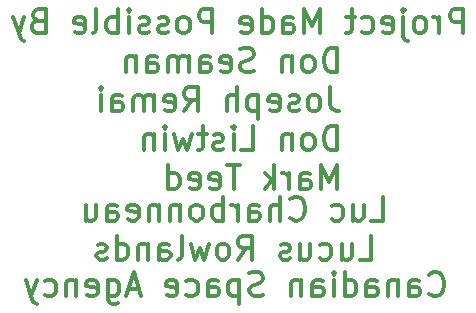
<source format=gbr>
%TF.GenerationSoftware,KiCad,Pcbnew,(5.1.12)-1*%
%TF.CreationDate,2022-07-05T07:26:00-06:00*%
%TF.ProjectId,RADSAT-SK Timer 2,52414453-4154-42d5-934b-2054696d6572,rev?*%
%TF.SameCoordinates,PX7735940PY2faf080*%
%TF.FileFunction,Legend,Bot*%
%TF.FilePolarity,Positive*%
%FSLAX46Y46*%
G04 Gerber Fmt 4.6, Leading zero omitted, Abs format (unit mm)*
G04 Created by KiCad (PCBNEW (5.1.12)-1) date 2022-07-05 07:26:00*
%MOMM*%
%LPD*%
G01*
G04 APERTURE LIST*
%ADD10C,0.300000*%
G04 APERTURE END LIST*
D10*
X-32110953Y-84214761D02*
X-31158572Y-84214761D01*
X-31158572Y-82214761D01*
X-33634762Y-82881428D02*
X-33634762Y-84214761D01*
X-32777620Y-82881428D02*
X-32777620Y-83929047D01*
X-32872858Y-84119523D01*
X-33063334Y-84214761D01*
X-33349048Y-84214761D01*
X-33539524Y-84119523D01*
X-33634762Y-84024285D01*
X-35444286Y-84119523D02*
X-35253810Y-84214761D01*
X-34872858Y-84214761D01*
X-34682381Y-84119523D01*
X-34587143Y-84024285D01*
X-34491905Y-83833809D01*
X-34491905Y-83262380D01*
X-34587143Y-83071904D01*
X-34682381Y-82976666D01*
X-34872858Y-82881428D01*
X-35253810Y-82881428D01*
X-35444286Y-82976666D01*
X-38968096Y-84024285D02*
X-38872858Y-84119523D01*
X-38587143Y-84214761D01*
X-38396667Y-84214761D01*
X-38110953Y-84119523D01*
X-37920477Y-83929047D01*
X-37825239Y-83738571D01*
X-37730000Y-83357619D01*
X-37730000Y-83071904D01*
X-37825239Y-82690952D01*
X-37920477Y-82500476D01*
X-38110953Y-82310000D01*
X-38396667Y-82214761D01*
X-38587143Y-82214761D01*
X-38872858Y-82310000D01*
X-38968096Y-82405238D01*
X-39825239Y-84214761D02*
X-39825239Y-82214761D01*
X-40682381Y-84214761D02*
X-40682381Y-83167142D01*
X-40587143Y-82976666D01*
X-40396667Y-82881428D01*
X-40110953Y-82881428D01*
X-39920477Y-82976666D01*
X-39825239Y-83071904D01*
X-42491905Y-84214761D02*
X-42491905Y-83167142D01*
X-42396667Y-82976666D01*
X-42206191Y-82881428D01*
X-41825239Y-82881428D01*
X-41634762Y-82976666D01*
X-42491905Y-84119523D02*
X-42301429Y-84214761D01*
X-41825239Y-84214761D01*
X-41634762Y-84119523D01*
X-41539524Y-83929047D01*
X-41539524Y-83738571D01*
X-41634762Y-83548095D01*
X-41825239Y-83452857D01*
X-42301429Y-83452857D01*
X-42491905Y-83357619D01*
X-43444286Y-84214761D02*
X-43444286Y-82881428D01*
X-43444286Y-83262380D02*
X-43539524Y-83071904D01*
X-43634762Y-82976666D01*
X-43825239Y-82881428D01*
X-44015715Y-82881428D01*
X-44682381Y-84214761D02*
X-44682381Y-82214761D01*
X-44682381Y-82976666D02*
X-44872858Y-82881428D01*
X-45253810Y-82881428D01*
X-45444286Y-82976666D01*
X-45539524Y-83071904D01*
X-45634762Y-83262380D01*
X-45634762Y-83833809D01*
X-45539524Y-84024285D01*
X-45444286Y-84119523D01*
X-45253810Y-84214761D01*
X-44872858Y-84214761D01*
X-44682381Y-84119523D01*
X-46777620Y-84214761D02*
X-46587143Y-84119523D01*
X-46491905Y-84024285D01*
X-46396667Y-83833809D01*
X-46396667Y-83262380D01*
X-46491905Y-83071904D01*
X-46587143Y-82976666D01*
X-46777620Y-82881428D01*
X-47063334Y-82881428D01*
X-47253810Y-82976666D01*
X-47349048Y-83071904D01*
X-47444286Y-83262380D01*
X-47444286Y-83833809D01*
X-47349048Y-84024285D01*
X-47253810Y-84119523D01*
X-47063334Y-84214761D01*
X-46777620Y-84214761D01*
X-48301429Y-82881428D02*
X-48301429Y-84214761D01*
X-48301429Y-83071904D02*
X-48396667Y-82976666D01*
X-48587143Y-82881428D01*
X-48872858Y-82881428D01*
X-49063334Y-82976666D01*
X-49158572Y-83167142D01*
X-49158572Y-84214761D01*
X-50110953Y-82881428D02*
X-50110953Y-84214761D01*
X-50110953Y-83071904D02*
X-50206191Y-82976666D01*
X-50396667Y-82881428D01*
X-50682381Y-82881428D01*
X-50872858Y-82976666D01*
X-50968096Y-83167142D01*
X-50968096Y-84214761D01*
X-52682381Y-84119523D02*
X-52491905Y-84214761D01*
X-52110953Y-84214761D01*
X-51920477Y-84119523D01*
X-51825239Y-83929047D01*
X-51825239Y-83167142D01*
X-51920477Y-82976666D01*
X-52110953Y-82881428D01*
X-52491905Y-82881428D01*
X-52682381Y-82976666D01*
X-52777620Y-83167142D01*
X-52777620Y-83357619D01*
X-51825239Y-83548095D01*
X-54491905Y-84214761D02*
X-54491905Y-83167142D01*
X-54396667Y-82976666D01*
X-54206191Y-82881428D01*
X-53825239Y-82881428D01*
X-53634762Y-82976666D01*
X-54491905Y-84119523D02*
X-54301429Y-84214761D01*
X-53825239Y-84214761D01*
X-53634762Y-84119523D01*
X-53539524Y-83929047D01*
X-53539524Y-83738571D01*
X-53634762Y-83548095D01*
X-53825239Y-83452857D01*
X-54301429Y-83452857D01*
X-54491905Y-83357619D01*
X-56301429Y-82881428D02*
X-56301429Y-84214761D01*
X-55444286Y-82881428D02*
X-55444286Y-83929047D01*
X-55539524Y-84119523D01*
X-55730000Y-84214761D01*
X-56015715Y-84214761D01*
X-56206191Y-84119523D01*
X-56301429Y-84024285D01*
X-33110953Y-87514761D02*
X-32158572Y-87514761D01*
X-32158572Y-85514761D01*
X-34634762Y-86181428D02*
X-34634762Y-87514761D01*
X-33777620Y-86181428D02*
X-33777620Y-87229047D01*
X-33872858Y-87419523D01*
X-34063334Y-87514761D01*
X-34349048Y-87514761D01*
X-34539524Y-87419523D01*
X-34634762Y-87324285D01*
X-36444286Y-87419523D02*
X-36253810Y-87514761D01*
X-35872858Y-87514761D01*
X-35682381Y-87419523D01*
X-35587143Y-87324285D01*
X-35491905Y-87133809D01*
X-35491905Y-86562380D01*
X-35587143Y-86371904D01*
X-35682381Y-86276666D01*
X-35872858Y-86181428D01*
X-36253810Y-86181428D01*
X-36444286Y-86276666D01*
X-38158572Y-86181428D02*
X-38158572Y-87514761D01*
X-37301429Y-86181428D02*
X-37301429Y-87229047D01*
X-37396667Y-87419523D01*
X-37587143Y-87514761D01*
X-37872858Y-87514761D01*
X-38063334Y-87419523D01*
X-38158572Y-87324285D01*
X-39015715Y-87419523D02*
X-39206191Y-87514761D01*
X-39587143Y-87514761D01*
X-39777620Y-87419523D01*
X-39872858Y-87229047D01*
X-39872858Y-87133809D01*
X-39777620Y-86943333D01*
X-39587143Y-86848095D01*
X-39301429Y-86848095D01*
X-39110953Y-86752857D01*
X-39015715Y-86562380D01*
X-39015715Y-86467142D01*
X-39110953Y-86276666D01*
X-39301429Y-86181428D01*
X-39587143Y-86181428D01*
X-39777620Y-86276666D01*
X-43396667Y-87514761D02*
X-42730000Y-86562380D01*
X-42253810Y-87514761D02*
X-42253810Y-85514761D01*
X-43015715Y-85514761D01*
X-43206191Y-85610000D01*
X-43301429Y-85705238D01*
X-43396667Y-85895714D01*
X-43396667Y-86181428D01*
X-43301429Y-86371904D01*
X-43206191Y-86467142D01*
X-43015715Y-86562380D01*
X-42253810Y-86562380D01*
X-44539524Y-87514761D02*
X-44349048Y-87419523D01*
X-44253810Y-87324285D01*
X-44158572Y-87133809D01*
X-44158572Y-86562380D01*
X-44253810Y-86371904D01*
X-44349048Y-86276666D01*
X-44539524Y-86181428D01*
X-44825239Y-86181428D01*
X-45015715Y-86276666D01*
X-45110953Y-86371904D01*
X-45206191Y-86562380D01*
X-45206191Y-87133809D01*
X-45110953Y-87324285D01*
X-45015715Y-87419523D01*
X-44825239Y-87514761D01*
X-44539524Y-87514761D01*
X-45872858Y-86181428D02*
X-46253810Y-87514761D01*
X-46634762Y-86562380D01*
X-47015715Y-87514761D01*
X-47396667Y-86181428D01*
X-48444286Y-87514761D02*
X-48253810Y-87419523D01*
X-48158572Y-87229047D01*
X-48158572Y-85514761D01*
X-50063334Y-87514761D02*
X-50063334Y-86467142D01*
X-49968096Y-86276666D01*
X-49777620Y-86181428D01*
X-49396667Y-86181428D01*
X-49206191Y-86276666D01*
X-50063334Y-87419523D02*
X-49872858Y-87514761D01*
X-49396667Y-87514761D01*
X-49206191Y-87419523D01*
X-49110953Y-87229047D01*
X-49110953Y-87038571D01*
X-49206191Y-86848095D01*
X-49396667Y-86752857D01*
X-49872858Y-86752857D01*
X-50063334Y-86657619D01*
X-51015715Y-86181428D02*
X-51015715Y-87514761D01*
X-51015715Y-86371904D02*
X-51110953Y-86276666D01*
X-51301429Y-86181428D01*
X-51587143Y-86181428D01*
X-51777620Y-86276666D01*
X-51872858Y-86467142D01*
X-51872858Y-87514761D01*
X-53682381Y-87514761D02*
X-53682381Y-85514761D01*
X-53682381Y-87419523D02*
X-53491905Y-87514761D01*
X-53110953Y-87514761D01*
X-52920477Y-87419523D01*
X-52825239Y-87324285D01*
X-52730000Y-87133809D01*
X-52730000Y-86562380D01*
X-52825239Y-86371904D01*
X-52920477Y-86276666D01*
X-53110953Y-86181428D01*
X-53491905Y-86181428D01*
X-53682381Y-86276666D01*
X-54539524Y-87419523D02*
X-54730000Y-87514761D01*
X-55110953Y-87514761D01*
X-55301429Y-87419523D01*
X-55396667Y-87229047D01*
X-55396667Y-87133809D01*
X-55301429Y-86943333D01*
X-55110953Y-86848095D01*
X-54825239Y-86848095D01*
X-54634762Y-86752857D01*
X-54539524Y-86562380D01*
X-54539524Y-86467142D01*
X-54634762Y-86276666D01*
X-54825239Y-86181428D01*
X-55110953Y-86181428D01*
X-55301429Y-86276666D01*
X-27201429Y-90404285D02*
X-27106191Y-90499523D01*
X-26820477Y-90594761D01*
X-26630000Y-90594761D01*
X-26344286Y-90499523D01*
X-26153810Y-90309047D01*
X-26058572Y-90118571D01*
X-25963334Y-89737619D01*
X-25963334Y-89451904D01*
X-26058572Y-89070952D01*
X-26153810Y-88880476D01*
X-26344286Y-88690000D01*
X-26630000Y-88594761D01*
X-26820477Y-88594761D01*
X-27106191Y-88690000D01*
X-27201429Y-88785238D01*
X-28915715Y-90594761D02*
X-28915715Y-89547142D01*
X-28820477Y-89356666D01*
X-28630000Y-89261428D01*
X-28249048Y-89261428D01*
X-28058572Y-89356666D01*
X-28915715Y-90499523D02*
X-28725239Y-90594761D01*
X-28249048Y-90594761D01*
X-28058572Y-90499523D01*
X-27963334Y-90309047D01*
X-27963334Y-90118571D01*
X-28058572Y-89928095D01*
X-28249048Y-89832857D01*
X-28725239Y-89832857D01*
X-28915715Y-89737619D01*
X-29868096Y-89261428D02*
X-29868096Y-90594761D01*
X-29868096Y-89451904D02*
X-29963334Y-89356666D01*
X-30153810Y-89261428D01*
X-30439524Y-89261428D01*
X-30630000Y-89356666D01*
X-30725239Y-89547142D01*
X-30725239Y-90594761D01*
X-32534762Y-90594761D02*
X-32534762Y-89547142D01*
X-32439524Y-89356666D01*
X-32249048Y-89261428D01*
X-31868096Y-89261428D01*
X-31677620Y-89356666D01*
X-32534762Y-90499523D02*
X-32344286Y-90594761D01*
X-31868096Y-90594761D01*
X-31677620Y-90499523D01*
X-31582381Y-90309047D01*
X-31582381Y-90118571D01*
X-31677620Y-89928095D01*
X-31868096Y-89832857D01*
X-32344286Y-89832857D01*
X-32534762Y-89737619D01*
X-34344286Y-90594761D02*
X-34344286Y-88594761D01*
X-34344286Y-90499523D02*
X-34153810Y-90594761D01*
X-33772858Y-90594761D01*
X-33582381Y-90499523D01*
X-33487143Y-90404285D01*
X-33391905Y-90213809D01*
X-33391905Y-89642380D01*
X-33487143Y-89451904D01*
X-33582381Y-89356666D01*
X-33772858Y-89261428D01*
X-34153810Y-89261428D01*
X-34344286Y-89356666D01*
X-35296667Y-90594761D02*
X-35296667Y-89261428D01*
X-35296667Y-88594761D02*
X-35201429Y-88690000D01*
X-35296667Y-88785238D01*
X-35391905Y-88690000D01*
X-35296667Y-88594761D01*
X-35296667Y-88785238D01*
X-37106191Y-90594761D02*
X-37106191Y-89547142D01*
X-37010953Y-89356666D01*
X-36820477Y-89261428D01*
X-36439524Y-89261428D01*
X-36249048Y-89356666D01*
X-37106191Y-90499523D02*
X-36915715Y-90594761D01*
X-36439524Y-90594761D01*
X-36249048Y-90499523D01*
X-36153810Y-90309047D01*
X-36153810Y-90118571D01*
X-36249048Y-89928095D01*
X-36439524Y-89832857D01*
X-36915715Y-89832857D01*
X-37106191Y-89737619D01*
X-38058572Y-89261428D02*
X-38058572Y-90594761D01*
X-38058572Y-89451904D02*
X-38153810Y-89356666D01*
X-38344286Y-89261428D01*
X-38630000Y-89261428D01*
X-38820477Y-89356666D01*
X-38915715Y-89547142D01*
X-38915715Y-90594761D01*
X-41296667Y-90499523D02*
X-41582381Y-90594761D01*
X-42058572Y-90594761D01*
X-42249048Y-90499523D01*
X-42344286Y-90404285D01*
X-42439524Y-90213809D01*
X-42439524Y-90023333D01*
X-42344286Y-89832857D01*
X-42249048Y-89737619D01*
X-42058572Y-89642380D01*
X-41677620Y-89547142D01*
X-41487143Y-89451904D01*
X-41391905Y-89356666D01*
X-41296667Y-89166190D01*
X-41296667Y-88975714D01*
X-41391905Y-88785238D01*
X-41487143Y-88690000D01*
X-41677620Y-88594761D01*
X-42153810Y-88594761D01*
X-42439524Y-88690000D01*
X-43296667Y-89261428D02*
X-43296667Y-91261428D01*
X-43296667Y-89356666D02*
X-43487143Y-89261428D01*
X-43868096Y-89261428D01*
X-44058572Y-89356666D01*
X-44153810Y-89451904D01*
X-44249048Y-89642380D01*
X-44249048Y-90213809D01*
X-44153810Y-90404285D01*
X-44058572Y-90499523D01*
X-43868096Y-90594761D01*
X-43487143Y-90594761D01*
X-43296667Y-90499523D01*
X-45963334Y-90594761D02*
X-45963334Y-89547142D01*
X-45868096Y-89356666D01*
X-45677620Y-89261428D01*
X-45296667Y-89261428D01*
X-45106191Y-89356666D01*
X-45963334Y-90499523D02*
X-45772858Y-90594761D01*
X-45296667Y-90594761D01*
X-45106191Y-90499523D01*
X-45010953Y-90309047D01*
X-45010953Y-90118571D01*
X-45106191Y-89928095D01*
X-45296667Y-89832857D01*
X-45772858Y-89832857D01*
X-45963334Y-89737619D01*
X-47772858Y-90499523D02*
X-47582381Y-90594761D01*
X-47201429Y-90594761D01*
X-47010953Y-90499523D01*
X-46915715Y-90404285D01*
X-46820477Y-90213809D01*
X-46820477Y-89642380D01*
X-46915715Y-89451904D01*
X-47010953Y-89356666D01*
X-47201429Y-89261428D01*
X-47582381Y-89261428D01*
X-47772858Y-89356666D01*
X-49391905Y-90499523D02*
X-49201429Y-90594761D01*
X-48820477Y-90594761D01*
X-48630000Y-90499523D01*
X-48534762Y-90309047D01*
X-48534762Y-89547142D01*
X-48630000Y-89356666D01*
X-48820477Y-89261428D01*
X-49201429Y-89261428D01*
X-49391905Y-89356666D01*
X-49487143Y-89547142D01*
X-49487143Y-89737619D01*
X-48534762Y-89928095D01*
X-51772858Y-90023333D02*
X-52725239Y-90023333D01*
X-51582381Y-90594761D02*
X-52249048Y-88594761D01*
X-52915715Y-90594761D01*
X-54439524Y-89261428D02*
X-54439524Y-90880476D01*
X-54344286Y-91070952D01*
X-54249048Y-91166190D01*
X-54058572Y-91261428D01*
X-53772858Y-91261428D01*
X-53582381Y-91166190D01*
X-54439524Y-90499523D02*
X-54249048Y-90594761D01*
X-53868096Y-90594761D01*
X-53677620Y-90499523D01*
X-53582381Y-90404285D01*
X-53487143Y-90213809D01*
X-53487143Y-89642380D01*
X-53582381Y-89451904D01*
X-53677620Y-89356666D01*
X-53868096Y-89261428D01*
X-54249048Y-89261428D01*
X-54439524Y-89356666D01*
X-56153810Y-90499523D02*
X-55963334Y-90594761D01*
X-55582381Y-90594761D01*
X-55391905Y-90499523D01*
X-55296667Y-90309047D01*
X-55296667Y-89547142D01*
X-55391905Y-89356666D01*
X-55582381Y-89261428D01*
X-55963334Y-89261428D01*
X-56153810Y-89356666D01*
X-56249048Y-89547142D01*
X-56249048Y-89737619D01*
X-55296667Y-89928095D01*
X-57106191Y-89261428D02*
X-57106191Y-90594761D01*
X-57106191Y-89451904D02*
X-57201429Y-89356666D01*
X-57391905Y-89261428D01*
X-57677620Y-89261428D01*
X-57868096Y-89356666D01*
X-57963334Y-89547142D01*
X-57963334Y-90594761D01*
X-59772858Y-90499523D02*
X-59582381Y-90594761D01*
X-59201429Y-90594761D01*
X-59010953Y-90499523D01*
X-58915715Y-90404285D01*
X-58820477Y-90213809D01*
X-58820477Y-89642380D01*
X-58915715Y-89451904D01*
X-59010953Y-89356666D01*
X-59201429Y-89261428D01*
X-59582381Y-89261428D01*
X-59772858Y-89356666D01*
X-60439524Y-89261428D02*
X-60915715Y-90594761D01*
X-61391905Y-89261428D02*
X-60915715Y-90594761D01*
X-60725239Y-91070952D01*
X-60630000Y-91166190D01*
X-60439524Y-91261428D01*
X-24351191Y-68334761D02*
X-24351191Y-66334761D01*
X-25113096Y-66334761D01*
X-25303572Y-66430000D01*
X-25398810Y-66525238D01*
X-25494048Y-66715714D01*
X-25494048Y-67001428D01*
X-25398810Y-67191904D01*
X-25303572Y-67287142D01*
X-25113096Y-67382380D01*
X-24351191Y-67382380D01*
X-26351191Y-68334761D02*
X-26351191Y-67001428D01*
X-26351191Y-67382380D02*
X-26446429Y-67191904D01*
X-26541667Y-67096666D01*
X-26732143Y-67001428D01*
X-26922620Y-67001428D01*
X-27875000Y-68334761D02*
X-27684524Y-68239523D01*
X-27589286Y-68144285D01*
X-27494048Y-67953809D01*
X-27494048Y-67382380D01*
X-27589286Y-67191904D01*
X-27684524Y-67096666D01*
X-27875000Y-67001428D01*
X-28160715Y-67001428D01*
X-28351191Y-67096666D01*
X-28446429Y-67191904D01*
X-28541667Y-67382380D01*
X-28541667Y-67953809D01*
X-28446429Y-68144285D01*
X-28351191Y-68239523D01*
X-28160715Y-68334761D01*
X-27875000Y-68334761D01*
X-29398810Y-67001428D02*
X-29398810Y-68715714D01*
X-29303572Y-68906190D01*
X-29113096Y-69001428D01*
X-29017858Y-69001428D01*
X-29398810Y-66334761D02*
X-29303572Y-66430000D01*
X-29398810Y-66525238D01*
X-29494048Y-66430000D01*
X-29398810Y-66334761D01*
X-29398810Y-66525238D01*
X-31113096Y-68239523D02*
X-30922620Y-68334761D01*
X-30541667Y-68334761D01*
X-30351191Y-68239523D01*
X-30255953Y-68049047D01*
X-30255953Y-67287142D01*
X-30351191Y-67096666D01*
X-30541667Y-67001428D01*
X-30922620Y-67001428D01*
X-31113096Y-67096666D01*
X-31208334Y-67287142D01*
X-31208334Y-67477619D01*
X-30255953Y-67668095D01*
X-32922620Y-68239523D02*
X-32732143Y-68334761D01*
X-32351191Y-68334761D01*
X-32160715Y-68239523D01*
X-32065477Y-68144285D01*
X-31970239Y-67953809D01*
X-31970239Y-67382380D01*
X-32065477Y-67191904D01*
X-32160715Y-67096666D01*
X-32351191Y-67001428D01*
X-32732143Y-67001428D01*
X-32922620Y-67096666D01*
X-33494048Y-67001428D02*
X-34255953Y-67001428D01*
X-33779762Y-66334761D02*
X-33779762Y-68049047D01*
X-33875000Y-68239523D01*
X-34065477Y-68334761D01*
X-34255953Y-68334761D01*
X-36446429Y-68334761D02*
X-36446429Y-66334761D01*
X-37113096Y-67763333D01*
X-37779762Y-66334761D01*
X-37779762Y-68334761D01*
X-39589286Y-68334761D02*
X-39589286Y-67287142D01*
X-39494048Y-67096666D01*
X-39303572Y-67001428D01*
X-38922620Y-67001428D01*
X-38732143Y-67096666D01*
X-39589286Y-68239523D02*
X-39398810Y-68334761D01*
X-38922620Y-68334761D01*
X-38732143Y-68239523D01*
X-38636905Y-68049047D01*
X-38636905Y-67858571D01*
X-38732143Y-67668095D01*
X-38922620Y-67572857D01*
X-39398810Y-67572857D01*
X-39589286Y-67477619D01*
X-41398810Y-68334761D02*
X-41398810Y-66334761D01*
X-41398810Y-68239523D02*
X-41208334Y-68334761D01*
X-40827381Y-68334761D01*
X-40636905Y-68239523D01*
X-40541667Y-68144285D01*
X-40446429Y-67953809D01*
X-40446429Y-67382380D01*
X-40541667Y-67191904D01*
X-40636905Y-67096666D01*
X-40827381Y-67001428D01*
X-41208334Y-67001428D01*
X-41398810Y-67096666D01*
X-43113096Y-68239523D02*
X-42922620Y-68334761D01*
X-42541667Y-68334761D01*
X-42351191Y-68239523D01*
X-42255953Y-68049047D01*
X-42255953Y-67287142D01*
X-42351191Y-67096666D01*
X-42541667Y-67001428D01*
X-42922620Y-67001428D01*
X-43113096Y-67096666D01*
X-43208334Y-67287142D01*
X-43208334Y-67477619D01*
X-42255953Y-67668095D01*
X-45589286Y-68334761D02*
X-45589286Y-66334761D01*
X-46351191Y-66334761D01*
X-46541667Y-66430000D01*
X-46636905Y-66525238D01*
X-46732143Y-66715714D01*
X-46732143Y-67001428D01*
X-46636905Y-67191904D01*
X-46541667Y-67287142D01*
X-46351191Y-67382380D01*
X-45589286Y-67382380D01*
X-47875000Y-68334761D02*
X-47684524Y-68239523D01*
X-47589286Y-68144285D01*
X-47494048Y-67953809D01*
X-47494048Y-67382380D01*
X-47589286Y-67191904D01*
X-47684524Y-67096666D01*
X-47875000Y-67001428D01*
X-48160715Y-67001428D01*
X-48351191Y-67096666D01*
X-48446429Y-67191904D01*
X-48541667Y-67382380D01*
X-48541667Y-67953809D01*
X-48446429Y-68144285D01*
X-48351191Y-68239523D01*
X-48160715Y-68334761D01*
X-47875000Y-68334761D01*
X-49303572Y-68239523D02*
X-49494048Y-68334761D01*
X-49875000Y-68334761D01*
X-50065477Y-68239523D01*
X-50160715Y-68049047D01*
X-50160715Y-67953809D01*
X-50065477Y-67763333D01*
X-49875000Y-67668095D01*
X-49589286Y-67668095D01*
X-49398810Y-67572857D01*
X-49303572Y-67382380D01*
X-49303572Y-67287142D01*
X-49398810Y-67096666D01*
X-49589286Y-67001428D01*
X-49875000Y-67001428D01*
X-50065477Y-67096666D01*
X-50922620Y-68239523D02*
X-51113096Y-68334761D01*
X-51494048Y-68334761D01*
X-51684524Y-68239523D01*
X-51779762Y-68049047D01*
X-51779762Y-67953809D01*
X-51684524Y-67763333D01*
X-51494048Y-67668095D01*
X-51208334Y-67668095D01*
X-51017858Y-67572857D01*
X-50922620Y-67382380D01*
X-50922620Y-67287142D01*
X-51017858Y-67096666D01*
X-51208334Y-67001428D01*
X-51494048Y-67001428D01*
X-51684524Y-67096666D01*
X-52636905Y-68334761D02*
X-52636905Y-67001428D01*
X-52636905Y-66334761D02*
X-52541667Y-66430000D01*
X-52636905Y-66525238D01*
X-52732143Y-66430000D01*
X-52636905Y-66334761D01*
X-52636905Y-66525238D01*
X-53589286Y-68334761D02*
X-53589286Y-66334761D01*
X-53589286Y-67096666D02*
X-53779762Y-67001428D01*
X-54160715Y-67001428D01*
X-54351191Y-67096666D01*
X-54446429Y-67191904D01*
X-54541667Y-67382380D01*
X-54541667Y-67953809D01*
X-54446429Y-68144285D01*
X-54351191Y-68239523D01*
X-54160715Y-68334761D01*
X-53779762Y-68334761D01*
X-53589286Y-68239523D01*
X-55684524Y-68334761D02*
X-55494048Y-68239523D01*
X-55398810Y-68049047D01*
X-55398810Y-66334761D01*
X-57208334Y-68239523D02*
X-57017858Y-68334761D01*
X-56636905Y-68334761D01*
X-56446429Y-68239523D01*
X-56351191Y-68049047D01*
X-56351191Y-67287142D01*
X-56446429Y-67096666D01*
X-56636905Y-67001428D01*
X-57017858Y-67001428D01*
X-57208334Y-67096666D01*
X-57303572Y-67287142D01*
X-57303572Y-67477619D01*
X-56351191Y-67668095D01*
X-60351191Y-67287142D02*
X-60636905Y-67382380D01*
X-60732143Y-67477619D01*
X-60827381Y-67668095D01*
X-60827381Y-67953809D01*
X-60732143Y-68144285D01*
X-60636905Y-68239523D01*
X-60446429Y-68334761D01*
X-59684524Y-68334761D01*
X-59684524Y-66334761D01*
X-60351191Y-66334761D01*
X-60541667Y-66430000D01*
X-60636905Y-66525238D01*
X-60732143Y-66715714D01*
X-60732143Y-66906190D01*
X-60636905Y-67096666D01*
X-60541667Y-67191904D01*
X-60351191Y-67287142D01*
X-59684524Y-67287142D01*
X-61494048Y-67001428D02*
X-61970239Y-68334761D01*
X-62446429Y-67001428D02*
X-61970239Y-68334761D01*
X-61779762Y-68810952D01*
X-61684524Y-68906190D01*
X-61494048Y-69001428D01*
X-35017858Y-71634761D02*
X-35017858Y-69634761D01*
X-35494048Y-69634761D01*
X-35779762Y-69730000D01*
X-35970239Y-69920476D01*
X-36065477Y-70110952D01*
X-36160715Y-70491904D01*
X-36160715Y-70777619D01*
X-36065477Y-71158571D01*
X-35970239Y-71349047D01*
X-35779762Y-71539523D01*
X-35494048Y-71634761D01*
X-35017858Y-71634761D01*
X-37303572Y-71634761D02*
X-37113096Y-71539523D01*
X-37017858Y-71444285D01*
X-36922620Y-71253809D01*
X-36922620Y-70682380D01*
X-37017858Y-70491904D01*
X-37113096Y-70396666D01*
X-37303572Y-70301428D01*
X-37589286Y-70301428D01*
X-37779762Y-70396666D01*
X-37875000Y-70491904D01*
X-37970239Y-70682380D01*
X-37970239Y-71253809D01*
X-37875000Y-71444285D01*
X-37779762Y-71539523D01*
X-37589286Y-71634761D01*
X-37303572Y-71634761D01*
X-38827381Y-70301428D02*
X-38827381Y-71634761D01*
X-38827381Y-70491904D02*
X-38922620Y-70396666D01*
X-39113096Y-70301428D01*
X-39398810Y-70301428D01*
X-39589286Y-70396666D01*
X-39684524Y-70587142D01*
X-39684524Y-71634761D01*
X-42065477Y-71539523D02*
X-42351191Y-71634761D01*
X-42827381Y-71634761D01*
X-43017858Y-71539523D01*
X-43113096Y-71444285D01*
X-43208334Y-71253809D01*
X-43208334Y-71063333D01*
X-43113096Y-70872857D01*
X-43017858Y-70777619D01*
X-42827381Y-70682380D01*
X-42446429Y-70587142D01*
X-42255953Y-70491904D01*
X-42160715Y-70396666D01*
X-42065477Y-70206190D01*
X-42065477Y-70015714D01*
X-42160715Y-69825238D01*
X-42255953Y-69730000D01*
X-42446429Y-69634761D01*
X-42922620Y-69634761D01*
X-43208334Y-69730000D01*
X-44827381Y-71539523D02*
X-44636905Y-71634761D01*
X-44255953Y-71634761D01*
X-44065477Y-71539523D01*
X-43970239Y-71349047D01*
X-43970239Y-70587142D01*
X-44065477Y-70396666D01*
X-44255953Y-70301428D01*
X-44636905Y-70301428D01*
X-44827381Y-70396666D01*
X-44922620Y-70587142D01*
X-44922620Y-70777619D01*
X-43970239Y-70968095D01*
X-46636905Y-71634761D02*
X-46636905Y-70587142D01*
X-46541667Y-70396666D01*
X-46351191Y-70301428D01*
X-45970239Y-70301428D01*
X-45779762Y-70396666D01*
X-46636905Y-71539523D02*
X-46446429Y-71634761D01*
X-45970239Y-71634761D01*
X-45779762Y-71539523D01*
X-45684524Y-71349047D01*
X-45684524Y-71158571D01*
X-45779762Y-70968095D01*
X-45970239Y-70872857D01*
X-46446429Y-70872857D01*
X-46636905Y-70777619D01*
X-47589286Y-71634761D02*
X-47589286Y-70301428D01*
X-47589286Y-70491904D02*
X-47684524Y-70396666D01*
X-47875000Y-70301428D01*
X-48160715Y-70301428D01*
X-48351191Y-70396666D01*
X-48446429Y-70587142D01*
X-48446429Y-71634761D01*
X-48446429Y-70587142D02*
X-48541667Y-70396666D01*
X-48732143Y-70301428D01*
X-49017858Y-70301428D01*
X-49208334Y-70396666D01*
X-49303572Y-70587142D01*
X-49303572Y-71634761D01*
X-51113096Y-71634761D02*
X-51113096Y-70587142D01*
X-51017858Y-70396666D01*
X-50827381Y-70301428D01*
X-50446429Y-70301428D01*
X-50255953Y-70396666D01*
X-51113096Y-71539523D02*
X-50922620Y-71634761D01*
X-50446429Y-71634761D01*
X-50255953Y-71539523D01*
X-50160715Y-71349047D01*
X-50160715Y-71158571D01*
X-50255953Y-70968095D01*
X-50446429Y-70872857D01*
X-50922620Y-70872857D01*
X-51113096Y-70777619D01*
X-52065477Y-70301428D02*
X-52065477Y-71634761D01*
X-52065477Y-70491904D02*
X-52160715Y-70396666D01*
X-52351191Y-70301428D01*
X-52636905Y-70301428D01*
X-52827381Y-70396666D01*
X-52922620Y-70587142D01*
X-52922620Y-71634761D01*
X-35589286Y-72934761D02*
X-35589286Y-74363333D01*
X-35494048Y-74649047D01*
X-35303572Y-74839523D01*
X-35017858Y-74934761D01*
X-34827381Y-74934761D01*
X-36827381Y-74934761D02*
X-36636905Y-74839523D01*
X-36541667Y-74744285D01*
X-36446429Y-74553809D01*
X-36446429Y-73982380D01*
X-36541667Y-73791904D01*
X-36636905Y-73696666D01*
X-36827381Y-73601428D01*
X-37113096Y-73601428D01*
X-37303572Y-73696666D01*
X-37398810Y-73791904D01*
X-37494048Y-73982380D01*
X-37494048Y-74553809D01*
X-37398810Y-74744285D01*
X-37303572Y-74839523D01*
X-37113096Y-74934761D01*
X-36827381Y-74934761D01*
X-38255953Y-74839523D02*
X-38446429Y-74934761D01*
X-38827381Y-74934761D01*
X-39017858Y-74839523D01*
X-39113096Y-74649047D01*
X-39113096Y-74553809D01*
X-39017858Y-74363333D01*
X-38827381Y-74268095D01*
X-38541667Y-74268095D01*
X-38351191Y-74172857D01*
X-38255953Y-73982380D01*
X-38255953Y-73887142D01*
X-38351191Y-73696666D01*
X-38541667Y-73601428D01*
X-38827381Y-73601428D01*
X-39017858Y-73696666D01*
X-40732143Y-74839523D02*
X-40541667Y-74934761D01*
X-40160715Y-74934761D01*
X-39970239Y-74839523D01*
X-39875000Y-74649047D01*
X-39875000Y-73887142D01*
X-39970239Y-73696666D01*
X-40160715Y-73601428D01*
X-40541667Y-73601428D01*
X-40732143Y-73696666D01*
X-40827381Y-73887142D01*
X-40827381Y-74077619D01*
X-39875000Y-74268095D01*
X-41684524Y-73601428D02*
X-41684524Y-75601428D01*
X-41684524Y-73696666D02*
X-41875000Y-73601428D01*
X-42255953Y-73601428D01*
X-42446429Y-73696666D01*
X-42541667Y-73791904D01*
X-42636905Y-73982380D01*
X-42636905Y-74553809D01*
X-42541667Y-74744285D01*
X-42446429Y-74839523D01*
X-42255953Y-74934761D01*
X-41875000Y-74934761D01*
X-41684524Y-74839523D01*
X-43494048Y-74934761D02*
X-43494048Y-72934761D01*
X-44351191Y-74934761D02*
X-44351191Y-73887142D01*
X-44255953Y-73696666D01*
X-44065477Y-73601428D01*
X-43779762Y-73601428D01*
X-43589286Y-73696666D01*
X-43494048Y-73791904D01*
X-47970239Y-74934761D02*
X-47303572Y-73982380D01*
X-46827381Y-74934761D02*
X-46827381Y-72934761D01*
X-47589286Y-72934761D01*
X-47779762Y-73030000D01*
X-47875000Y-73125238D01*
X-47970239Y-73315714D01*
X-47970239Y-73601428D01*
X-47875000Y-73791904D01*
X-47779762Y-73887142D01*
X-47589286Y-73982380D01*
X-46827381Y-73982380D01*
X-49589286Y-74839523D02*
X-49398810Y-74934761D01*
X-49017858Y-74934761D01*
X-48827381Y-74839523D01*
X-48732143Y-74649047D01*
X-48732143Y-73887142D01*
X-48827381Y-73696666D01*
X-49017858Y-73601428D01*
X-49398810Y-73601428D01*
X-49589286Y-73696666D01*
X-49684524Y-73887142D01*
X-49684524Y-74077619D01*
X-48732143Y-74268095D01*
X-50541667Y-74934761D02*
X-50541667Y-73601428D01*
X-50541667Y-73791904D02*
X-50636905Y-73696666D01*
X-50827381Y-73601428D01*
X-51113096Y-73601428D01*
X-51303572Y-73696666D01*
X-51398810Y-73887142D01*
X-51398810Y-74934761D01*
X-51398810Y-73887142D02*
X-51494048Y-73696666D01*
X-51684524Y-73601428D01*
X-51970239Y-73601428D01*
X-52160715Y-73696666D01*
X-52255953Y-73887142D01*
X-52255953Y-74934761D01*
X-54065477Y-74934761D02*
X-54065477Y-73887142D01*
X-53970239Y-73696666D01*
X-53779762Y-73601428D01*
X-53398810Y-73601428D01*
X-53208334Y-73696666D01*
X-54065477Y-74839523D02*
X-53875000Y-74934761D01*
X-53398810Y-74934761D01*
X-53208334Y-74839523D01*
X-53113096Y-74649047D01*
X-53113096Y-74458571D01*
X-53208334Y-74268095D01*
X-53398810Y-74172857D01*
X-53875000Y-74172857D01*
X-54065477Y-74077619D01*
X-55017858Y-74934761D02*
X-55017858Y-73601428D01*
X-55017858Y-72934761D02*
X-54922620Y-73030000D01*
X-55017858Y-73125238D01*
X-55113096Y-73030000D01*
X-55017858Y-72934761D01*
X-55017858Y-73125238D01*
X-35017858Y-78234761D02*
X-35017858Y-76234761D01*
X-35494048Y-76234761D01*
X-35779762Y-76330000D01*
X-35970239Y-76520476D01*
X-36065477Y-76710952D01*
X-36160715Y-77091904D01*
X-36160715Y-77377619D01*
X-36065477Y-77758571D01*
X-35970239Y-77949047D01*
X-35779762Y-78139523D01*
X-35494048Y-78234761D01*
X-35017858Y-78234761D01*
X-37303572Y-78234761D02*
X-37113096Y-78139523D01*
X-37017858Y-78044285D01*
X-36922620Y-77853809D01*
X-36922620Y-77282380D01*
X-37017858Y-77091904D01*
X-37113096Y-76996666D01*
X-37303572Y-76901428D01*
X-37589286Y-76901428D01*
X-37779762Y-76996666D01*
X-37875000Y-77091904D01*
X-37970239Y-77282380D01*
X-37970239Y-77853809D01*
X-37875000Y-78044285D01*
X-37779762Y-78139523D01*
X-37589286Y-78234761D01*
X-37303572Y-78234761D01*
X-38827381Y-76901428D02*
X-38827381Y-78234761D01*
X-38827381Y-77091904D02*
X-38922620Y-76996666D01*
X-39113096Y-76901428D01*
X-39398810Y-76901428D01*
X-39589286Y-76996666D01*
X-39684524Y-77187142D01*
X-39684524Y-78234761D01*
X-43113096Y-78234761D02*
X-42160715Y-78234761D01*
X-42160715Y-76234761D01*
X-43779762Y-78234761D02*
X-43779762Y-76901428D01*
X-43779762Y-76234761D02*
X-43684524Y-76330000D01*
X-43779762Y-76425238D01*
X-43875000Y-76330000D01*
X-43779762Y-76234761D01*
X-43779762Y-76425238D01*
X-44636905Y-78139523D02*
X-44827381Y-78234761D01*
X-45208334Y-78234761D01*
X-45398810Y-78139523D01*
X-45494048Y-77949047D01*
X-45494048Y-77853809D01*
X-45398810Y-77663333D01*
X-45208334Y-77568095D01*
X-44922620Y-77568095D01*
X-44732143Y-77472857D01*
X-44636905Y-77282380D01*
X-44636905Y-77187142D01*
X-44732143Y-76996666D01*
X-44922620Y-76901428D01*
X-45208334Y-76901428D01*
X-45398810Y-76996666D01*
X-46065477Y-76901428D02*
X-46827381Y-76901428D01*
X-46351191Y-76234761D02*
X-46351191Y-77949047D01*
X-46446429Y-78139523D01*
X-46636905Y-78234761D01*
X-46827381Y-78234761D01*
X-47303572Y-76901428D02*
X-47684524Y-78234761D01*
X-48065477Y-77282380D01*
X-48446429Y-78234761D01*
X-48827381Y-76901428D01*
X-49589286Y-78234761D02*
X-49589286Y-76901428D01*
X-49589286Y-76234761D02*
X-49494048Y-76330000D01*
X-49589286Y-76425238D01*
X-49684524Y-76330000D01*
X-49589286Y-76234761D01*
X-49589286Y-76425238D01*
X-50541667Y-76901428D02*
X-50541667Y-78234761D01*
X-50541667Y-77091904D02*
X-50636905Y-76996666D01*
X-50827381Y-76901428D01*
X-51113096Y-76901428D01*
X-51303572Y-76996666D01*
X-51398810Y-77187142D01*
X-51398810Y-78234761D01*
X-35017858Y-81534761D02*
X-35017858Y-79534761D01*
X-35684524Y-80963333D01*
X-36351191Y-79534761D01*
X-36351191Y-81534761D01*
X-38160715Y-81534761D02*
X-38160715Y-80487142D01*
X-38065477Y-80296666D01*
X-37875000Y-80201428D01*
X-37494048Y-80201428D01*
X-37303572Y-80296666D01*
X-38160715Y-81439523D02*
X-37970239Y-81534761D01*
X-37494048Y-81534761D01*
X-37303572Y-81439523D01*
X-37208334Y-81249047D01*
X-37208334Y-81058571D01*
X-37303572Y-80868095D01*
X-37494048Y-80772857D01*
X-37970239Y-80772857D01*
X-38160715Y-80677619D01*
X-39113096Y-81534761D02*
X-39113096Y-80201428D01*
X-39113096Y-80582380D02*
X-39208334Y-80391904D01*
X-39303572Y-80296666D01*
X-39494048Y-80201428D01*
X-39684524Y-80201428D01*
X-40351191Y-81534761D02*
X-40351191Y-79534761D01*
X-40541667Y-80772857D02*
X-41113096Y-81534761D01*
X-41113096Y-80201428D02*
X-40351191Y-80963333D01*
X-43208334Y-79534761D02*
X-44351191Y-79534761D01*
X-43779762Y-81534761D02*
X-43779762Y-79534761D01*
X-45779762Y-81439523D02*
X-45589286Y-81534761D01*
X-45208334Y-81534761D01*
X-45017858Y-81439523D01*
X-44922620Y-81249047D01*
X-44922620Y-80487142D01*
X-45017858Y-80296666D01*
X-45208334Y-80201428D01*
X-45589286Y-80201428D01*
X-45779762Y-80296666D01*
X-45875000Y-80487142D01*
X-45875000Y-80677619D01*
X-44922620Y-80868095D01*
X-47494048Y-81439523D02*
X-47303572Y-81534761D01*
X-46922620Y-81534761D01*
X-46732143Y-81439523D01*
X-46636905Y-81249047D01*
X-46636905Y-80487142D01*
X-46732143Y-80296666D01*
X-46922620Y-80201428D01*
X-47303572Y-80201428D01*
X-47494048Y-80296666D01*
X-47589286Y-80487142D01*
X-47589286Y-80677619D01*
X-46636905Y-80868095D01*
X-49303572Y-81534761D02*
X-49303572Y-79534761D01*
X-49303572Y-81439523D02*
X-49113096Y-81534761D01*
X-48732143Y-81534761D01*
X-48541667Y-81439523D01*
X-48446429Y-81344285D01*
X-48351191Y-81153809D01*
X-48351191Y-80582380D01*
X-48446429Y-80391904D01*
X-48541667Y-80296666D01*
X-48732143Y-80201428D01*
X-49113096Y-80201428D01*
X-49303572Y-80296666D01*
M02*

</source>
